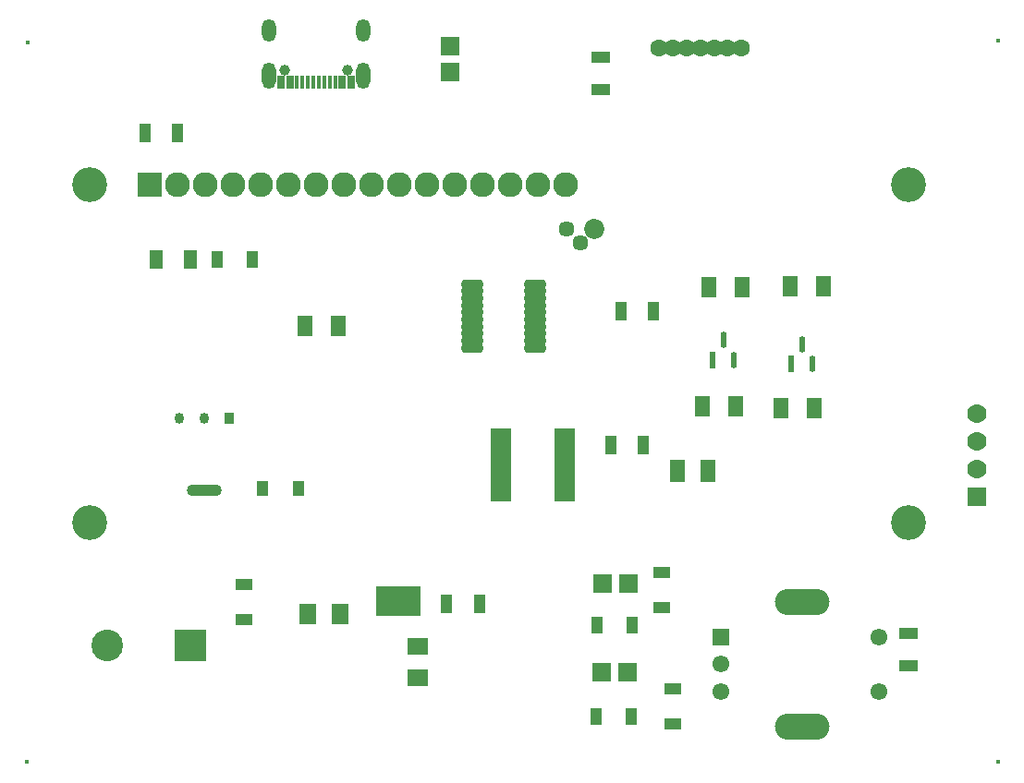
<source format=gts>
G04*
G04 #@! TF.GenerationSoftware,Altium Limited,Altium Designer,25.7.1 (20)*
G04*
G04 Layer_Color=8388736*
%FSLAX44Y44*%
%MOMM*%
G71*
G04*
G04 #@! TF.SameCoordinates,C553E2C7-41F9-40DB-990B-6D54EA4AAFBF*
G04*
G04*
G04 #@! TF.FilePolarity,Negative*
G04*
G01*
G75*
%ADD16R,1.7540X1.8062*%
%ADD18R,1.8000X1.0000*%
%ADD21R,1.0000X1.8000*%
%ADD23R,1.1000X1.3500*%
%ADD24R,1.0000X1.6000*%
%ADD26R,1.8062X1.7540*%
%ADD28R,0.8721X1.0043*%
%ADD29R,1.1500X1.7000*%
%ADD30R,1.3561X1.8582*%
G04:AMPARAMS|DCode=31|XSize=1.0043mm|YSize=0.8721mm|CornerRadius=0.4361mm|HoleSize=0mm|Usage=FLASHONLY|Rotation=270.000|XOffset=0mm|YOffset=0mm|HoleType=Round|Shape=RoundedRectangle|*
%AMROUNDEDRECTD31*
21,1,1.0043,0.0000,0,0,270.0*
21,1,0.1322,0.8721,0,0,270.0*
1,1,0.8721,0.0000,-0.0661*
1,1,0.8721,0.0000,0.0661*
1,1,0.8721,0.0000,0.0661*
1,1,0.8721,0.0000,-0.0661*
%
%ADD31ROUNDEDRECTD31*%
%ADD33R,1.5000X1.0000*%
G04:AMPARAMS|DCode=34|XSize=1.0043mm|YSize=3.1821mm|CornerRadius=0.4369mm|HoleSize=0mm|Usage=FLASHONLY|Rotation=270.000|XOffset=0mm|YOffset=0mm|HoleType=Round|Shape=RoundedRectangle|*
%AMROUNDEDRECTD34*
21,1,1.0043,2.3084,0,0,270.0*
21,1,0.1306,3.1821,0,0,270.0*
1,1,0.8737,-1.1542,-0.0653*
1,1,0.8737,-1.1542,0.0653*
1,1,0.8737,1.1542,0.0653*
1,1,0.8737,1.1542,-0.0653*
%
%ADD34ROUNDEDRECTD34*%
%ADD35R,1.0000X1.5000*%
G04:AMPARAMS|DCode=36|XSize=1.5242mm|YSize=0.578mm|CornerRadius=0.289mm|HoleSize=0mm|Usage=FLASHONLY|Rotation=90.000|XOffset=0mm|YOffset=0mm|HoleType=Round|Shape=RoundedRectangle|*
%AMROUNDEDRECTD36*
21,1,1.5242,0.0000,0,0,90.0*
21,1,0.9463,0.5780,0,0,90.0*
1,1,0.5780,0.0000,0.4731*
1,1,0.5780,0.0000,-0.4731*
1,1,0.5780,0.0000,-0.4731*
1,1,0.5780,0.0000,0.4731*
%
%ADD36ROUNDEDRECTD36*%
%ADD37R,0.5780X1.5242*%
%ADD38R,1.8582X1.6038*%
%ADD39R,1.6038X1.8582*%
%ADD40R,4.0640X2.7940*%
%ADD41R,0.7000X1.2400*%
%ADD42R,1.9000X0.8500*%
%ADD43R,1.3500X2.1000*%
G04:AMPARAMS|DCode=44|XSize=1.96mm|YSize=0.82mm|CornerRadius=0.2525mm|HoleSize=0mm|Usage=FLASHONLY|Rotation=0.000|XOffset=0mm|YOffset=0mm|HoleType=Round|Shape=RoundedRectangle|*
%AMROUNDEDRECTD44*
21,1,1.9600,0.3150,0,0,0.0*
21,1,1.4550,0.8200,0,0,0.0*
1,1,0.5050,0.7275,-0.1575*
1,1,0.5050,-0.7275,-0.1575*
1,1,0.5050,-0.7275,0.1575*
1,1,0.5050,0.7275,0.1575*
%
%ADD44ROUNDEDRECTD44*%
%ADD45R,0.4000X1.2400*%
%ADD46C,1.6000*%
%ADD47O,1.3000X2.4000*%
%ADD48O,1.3000X2.1000*%
%ADD49R,2.2796X2.2796*%
%ADD50C,2.9000*%
%ADD51C,1.7700*%
%ADD52C,1.8500*%
%ADD53C,1.5500*%
%ADD54C,2.2796*%
%ADD55C,1.0000*%
%ADD56C,3.2000*%
%ADD57R,1.5500X1.5500*%
%ADD58R,1.7700X1.7700*%
%ADD59R,2.9000X2.9000*%
%ADD60C,1.4500*%
%ADD61C,0.4000*%
G04:AMPARAMS|DCode=62|XSize=2.4mm|YSize=5mm|CornerRadius=1.2mm|HoleSize=0mm|Usage=FLASHONLY|Rotation=270.000|XOffset=0mm|YOffset=0mm|HoleType=Round|Shape=RoundedRectangle|*
%AMROUNDEDRECTD62*
21,1,2.4000,2.6000,0,0,270.0*
21,1,0.0000,5.0000,0,0,270.0*
1,1,2.4000,-1.3000,0.0000*
1,1,2.4000,-1.3000,0.0000*
1,1,2.4000,1.3000,0.0000*
1,1,2.4000,1.3000,0.0000*
%
%ADD62ROUNDEDRECTD62*%
D16*
X588461Y350240D02*
D03*
X588771Y432080D02*
D03*
X564939Y350240D02*
D03*
X565249Y432080D02*
D03*
D18*
X845890Y356080D02*
D03*
X563860Y914630D02*
D03*
Y884630D02*
D03*
X845890Y386080D02*
D03*
D21*
X452610Y413110D02*
D03*
X145930Y844870D02*
D03*
X611880Y681890D02*
D03*
X602590Y559070D02*
D03*
X175930Y844870D02*
D03*
X581880Y681890D02*
D03*
X422610Y413110D02*
D03*
X572590Y559070D02*
D03*
D23*
X286840Y518760D02*
D03*
X253840D02*
D03*
D24*
X244650Y729240D02*
D03*
X212650D02*
D03*
D26*
X425490Y924371D02*
D03*
Y900849D02*
D03*
D28*
X223110Y582930D02*
D03*
D29*
X156010Y728670D02*
D03*
X187510D02*
D03*
D30*
X293049Y668270D02*
D03*
X767641Y704350D02*
D03*
X693221Y703510D02*
D03*
X662699D02*
D03*
X737119Y704350D02*
D03*
X687601Y594140D02*
D03*
X657079D02*
D03*
X759150Y592800D02*
D03*
X728628D02*
D03*
X323571Y668270D02*
D03*
D31*
X177310Y582930D02*
D03*
X200210D02*
D03*
D33*
X619360Y441710D02*
D03*
Y409710D02*
D03*
X629360Y335110D02*
D03*
X236610Y398830D02*
D03*
Y430830D02*
D03*
X629360Y303110D02*
D03*
D34*
X200210Y517030D02*
D03*
D35*
X559440Y309940D02*
D03*
X591440D02*
D03*
X592700Y393360D02*
D03*
X560700D02*
D03*
D36*
X757360Y633178D02*
D03*
X747860Y651382D02*
D03*
X685510Y636846D02*
D03*
X676010Y655050D02*
D03*
D37*
X738360Y633178D02*
D03*
X666510Y636846D02*
D03*
D38*
X396060Y345004D02*
D03*
Y374516D02*
D03*
D39*
X295248Y404190D02*
D03*
X324760D02*
D03*
D40*
X378150Y415880D02*
D03*
D41*
X334970Y891720D02*
D03*
X270970D02*
D03*
X278970D02*
D03*
X326970D02*
D03*
D42*
X530410Y550040D02*
D03*
Y569540D02*
D03*
X472410Y556540D02*
D03*
X530410Y530540D02*
D03*
Y563040D02*
D03*
X472410Y524040D02*
D03*
Y550040D02*
D03*
X530410Y537040D02*
D03*
X472410Y563040D02*
D03*
X530410Y511040D02*
D03*
Y517540D02*
D03*
Y524040D02*
D03*
Y543540D02*
D03*
Y556540D02*
D03*
X472410Y569540D02*
D03*
Y543540D02*
D03*
Y537040D02*
D03*
Y530540D02*
D03*
Y517540D02*
D03*
Y511040D02*
D03*
D43*
X661660Y535240D02*
D03*
X633660D02*
D03*
D44*
X445960Y660920D02*
D03*
X503560Y680420D02*
D03*
X445960Y706420D02*
D03*
Y699920D02*
D03*
Y693420D02*
D03*
Y680420D02*
D03*
Y673920D02*
D03*
Y667420D02*
D03*
Y654420D02*
D03*
Y647920D02*
D03*
X503560D02*
D03*
Y654420D02*
D03*
Y660920D02*
D03*
Y667420D02*
D03*
Y673920D02*
D03*
Y686920D02*
D03*
Y693420D02*
D03*
Y699920D02*
D03*
Y706420D02*
D03*
X445960Y686920D02*
D03*
D45*
X285470Y891720D02*
D03*
X290470D02*
D03*
X295470D02*
D03*
X300470D02*
D03*
X320470D02*
D03*
X315470D02*
D03*
X310470D02*
D03*
X305470D02*
D03*
D46*
X642400Y922590D02*
D03*
X654900D02*
D03*
X629900D02*
D03*
X667400D02*
D03*
X679900D02*
D03*
X692400D02*
D03*
X617400D02*
D03*
D47*
X346220Y897520D02*
D03*
X259720D02*
D03*
D48*
X346220Y939220D02*
D03*
X259720D02*
D03*
D49*
X150280Y797680D02*
D03*
D50*
X111880Y374930D02*
D03*
D51*
X908360Y561820D02*
D03*
Y587220D02*
D03*
Y536420D02*
D03*
D52*
X558060Y756620D02*
D03*
D53*
X673540Y357760D02*
D03*
X818540Y332760D02*
D03*
X673540D02*
D03*
X818540Y382760D02*
D03*
D54*
X175680Y797680D02*
D03*
X531280D02*
D03*
X505880D02*
D03*
X378880D02*
D03*
X353480D02*
D03*
X328080D02*
D03*
X302680D02*
D03*
X201080D02*
D03*
X251880D02*
D03*
X404280D02*
D03*
X480480D02*
D03*
X226480D02*
D03*
X455080D02*
D03*
X277280D02*
D03*
X429680D02*
D03*
D55*
X274070Y902420D02*
D03*
X331870D02*
D03*
D56*
X845280Y487680D02*
D03*
Y797680D02*
D03*
X95280Y487680D02*
D03*
Y797680D02*
D03*
D57*
X673540Y382760D02*
D03*
D58*
X908360Y511020D02*
D03*
D59*
X187880Y374930D02*
D03*
D60*
X532660Y756620D02*
D03*
X545360Y743920D02*
D03*
D61*
X37690Y268530D02*
D03*
X38710Y928270D02*
D03*
X927590Y929660D02*
D03*
X927410Y268000D02*
D03*
D62*
X748540Y300760D02*
D03*
Y414760D02*
D03*
M02*

</source>
